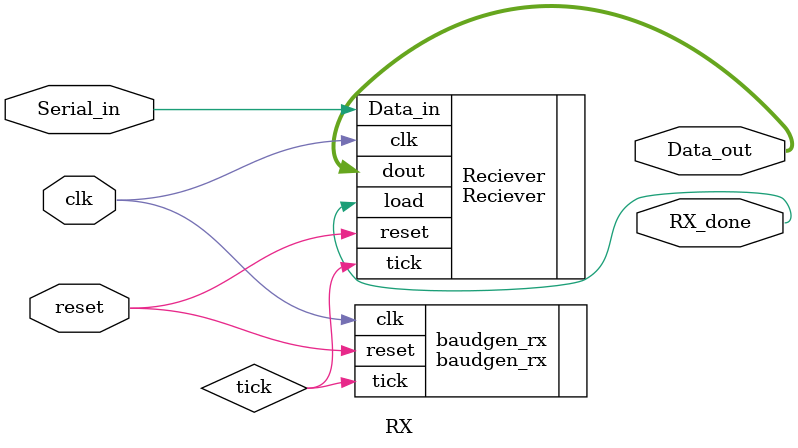
<source format=v>
`timescale 1ns / 1ps
module RX(
    input reset,
    input clk,
    input Serial_in,
    output RX_done,
    output [7:0] Data_out
    );
parameter baudrate = 9600 ;
parameter freq = 2000000 ;
wire tick;
baudgen_rx#(freq/(baudrate*16)) baudgen_rx (
    .clk(clk), 
    .reset(reset), 
    .tick(tick)
    );
Reciever Reciever (
    .clk(clk), 
    .reset(reset), 
    .Data_in(Serial_in), 
    .tick(tick), 
    .dout(Data_out), 
    .load(RX_done)
    );
endmodule

</source>
